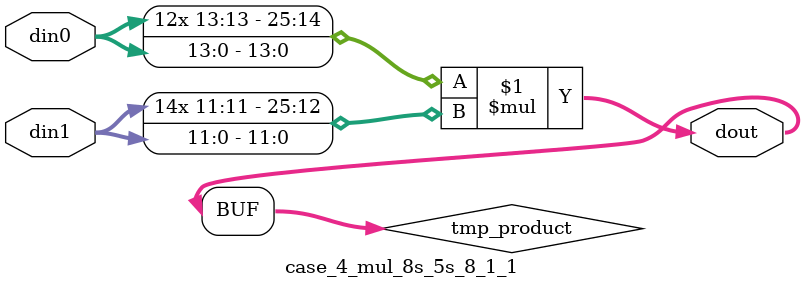
<source format=v>

`timescale 1 ns / 1 ps

 module case_4_mul_8s_5s_8_1_1(din0, din1, dout);
parameter ID = 1;
parameter NUM_STAGE = 0;
parameter din0_WIDTH = 14;
parameter din1_WIDTH = 12;
parameter dout_WIDTH = 26;

input [din0_WIDTH - 1 : 0] din0; 
input [din1_WIDTH - 1 : 0] din1; 
output [dout_WIDTH - 1 : 0] dout;

wire signed [dout_WIDTH - 1 : 0] tmp_product;



























assign tmp_product = $signed(din0) * $signed(din1);








assign dout = tmp_product;





















endmodule

</source>
